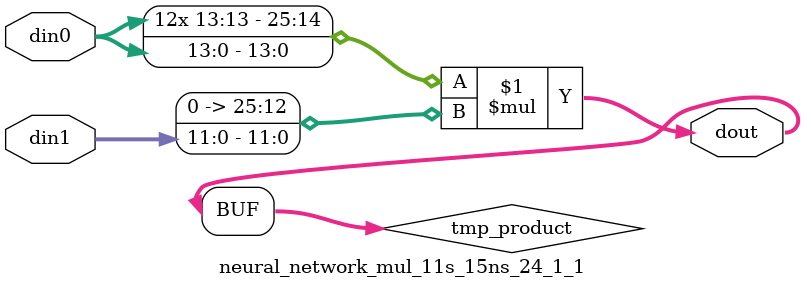
<source format=v>

`timescale 1 ns / 1 ps

  module neural_network_mul_11s_15ns_24_1_1(din0, din1, dout);
parameter ID = 1;
parameter NUM_STAGE = 0;
parameter din0_WIDTH = 14;
parameter din1_WIDTH = 12;
parameter dout_WIDTH = 26;

input [din0_WIDTH - 1 : 0] din0; 
input [din1_WIDTH - 1 : 0] din1; 
output [dout_WIDTH - 1 : 0] dout;

wire signed [dout_WIDTH - 1 : 0] tmp_product;












assign tmp_product = $signed(din0) * $signed({1'b0, din1});









assign dout = tmp_product;







endmodule

</source>
